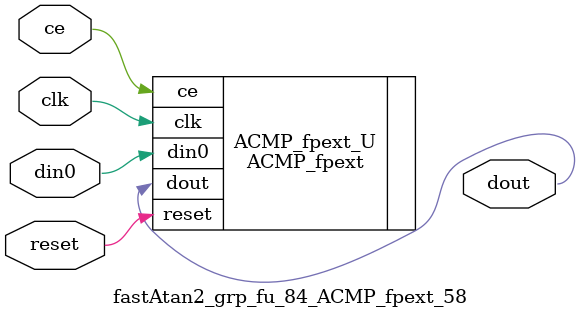
<source format=v>

`timescale 1 ns / 1 ps
module fastAtan2_grp_fu_84_ACMP_fpext_58(
    clk,
    reset,
    ce,
    din0,
    dout);

parameter ID = 32'd1;
parameter NUM_STAGE = 32'd1;
parameter din0_WIDTH = 32'd1;
parameter dout_WIDTH = 32'd1;
input clk;
input reset;
input ce;
input[din0_WIDTH - 1:0] din0;
output[dout_WIDTH - 1:0] dout;



ACMP_fpext #(
.ID( ID ),
.NUM_STAGE( 4 ),
.din0_WIDTH( din0_WIDTH ),
.dout_WIDTH( dout_WIDTH ))
ACMP_fpext_U(
    .clk( clk ),
    .reset( reset ),
    .ce( ce ),
    .din0( din0 ),
    .dout( dout ));

endmodule

</source>
